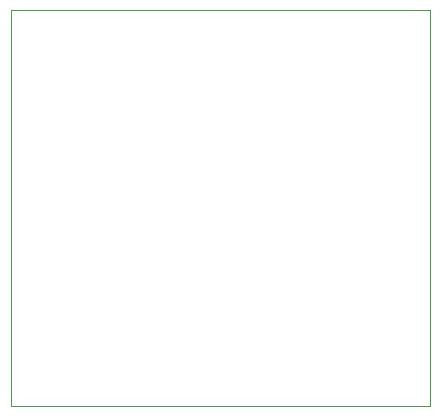
<source format=gbr>
%TF.GenerationSoftware,KiCad,Pcbnew,(5.1.6)-1*%
%TF.CreationDate,2020-08-28T19:49:53-05:00*%
%TF.ProjectId,nrg-control-box,6e72672d-636f-46e7-9472-6f6c2d626f78,rev?*%
%TF.SameCoordinates,Original*%
%TF.FileFunction,Profile,NP*%
%FSLAX46Y46*%
G04 Gerber Fmt 4.6, Leading zero omitted, Abs format (unit mm)*
G04 Created by KiCad (PCBNEW (5.1.6)-1) date 2020-08-28 19:49:53*
%MOMM*%
%LPD*%
G01*
G04 APERTURE LIST*
%TA.AperFunction,Profile*%
%ADD10C,0.050000*%
%TD*%
G04 APERTURE END LIST*
D10*
X125000000Y-91500000D02*
X125000000Y-125000000D01*
X160500000Y-91500000D02*
X125000000Y-91500000D01*
X160500000Y-125000000D02*
X160500000Y-91500000D01*
X125000000Y-125000000D02*
X160500000Y-125000000D01*
M02*

</source>
